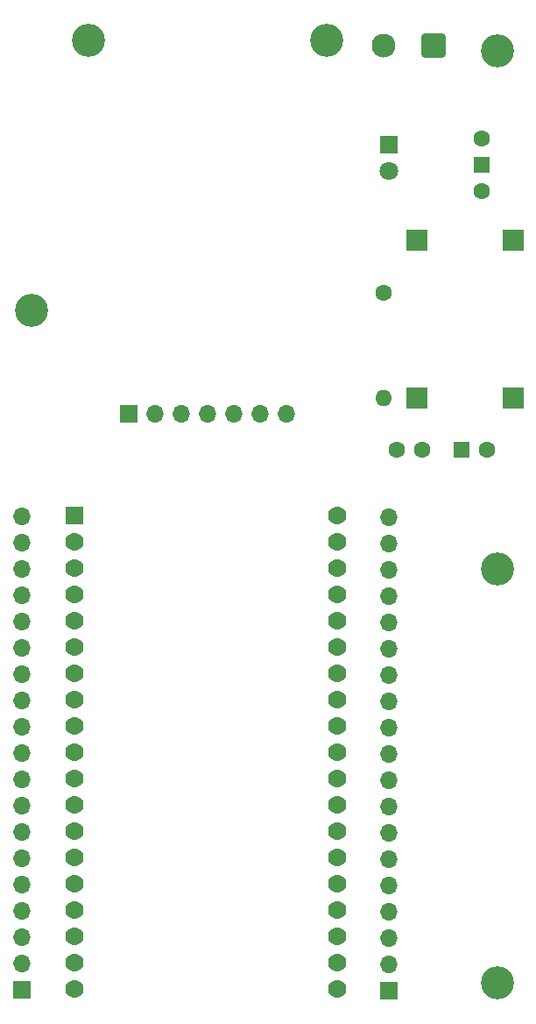
<source format=gbr>
%TF.GenerationSoftware,KiCad,Pcbnew,8.0.1*%
%TF.CreationDate,2024-04-17T14:21:35+03:00*%
%TF.ProjectId,PCB_Receiver,5043425f-5265-4636-9569-7665722e6b69,A*%
%TF.SameCoordinates,Original*%
%TF.FileFunction,Soldermask,Bot*%
%TF.FilePolarity,Negative*%
%FSLAX46Y46*%
G04 Gerber Fmt 4.6, Leading zero omitted, Abs format (unit mm)*
G04 Created by KiCad (PCBNEW 8.0.1) date 2024-04-17 14:21:35*
%MOMM*%
%LPD*%
G01*
G04 APERTURE LIST*
G04 Aperture macros list*
%AMRoundRect*
0 Rectangle with rounded corners*
0 $1 Rounding radius*
0 $2 $3 $4 $5 $6 $7 $8 $9 X,Y pos of 4 corners*
0 Add a 4 corners polygon primitive as box body*
4,1,4,$2,$3,$4,$5,$6,$7,$8,$9,$2,$3,0*
0 Add four circle primitives for the rounded corners*
1,1,$1+$1,$2,$3*
1,1,$1+$1,$4,$5*
1,1,$1+$1,$6,$7*
1,1,$1+$1,$8,$9*
0 Add four rect primitives between the rounded corners*
20,1,$1+$1,$2,$3,$4,$5,0*
20,1,$1+$1,$4,$5,$6,$7,0*
20,1,$1+$1,$6,$7,$8,$9,0*
20,1,$1+$1,$8,$9,$2,$3,0*%
G04 Aperture macros list end*
%ADD10C,3.200000*%
%ADD11RoundRect,0.250001X0.899999X0.899999X-0.899999X0.899999X-0.899999X-0.899999X0.899999X-0.899999X0*%
%ADD12C,2.300000*%
%ADD13C,1.600000*%
%ADD14O,1.600000X1.600000*%
%ADD15R,1.800000X1.800000*%
%ADD16C,1.800000*%
%ADD17R,1.600000X1.600000*%
%ADD18R,2.000000X2.000000*%
%ADD19R,1.700000X1.700000*%
%ADD20O,1.700000X1.700000*%
%ADD21RoundRect,0.102000X-0.780000X-0.780000X0.780000X-0.780000X0.780000X0.780000X-0.780000X0.780000X0*%
%ADD22C,1.764000*%
%ADD23R,1.500000X1.500000*%
G04 APERTURE END LIST*
D10*
%TO.C,H6*%
X144000000Y-45500000D03*
%TD*%
%TO.C,H5*%
X121000000Y-45500000D03*
%TD*%
D11*
%TO.C,J2*%
X154300000Y-46000000D03*
D12*
X149500000Y-46000000D03*
%TD*%
D13*
%TO.C,R9*%
X149500000Y-69840000D03*
D14*
X149500000Y-80000000D03*
%TD*%
D15*
%TO.C,D4*%
X150000000Y-55500000D03*
D16*
X150000000Y-58040000D03*
%TD*%
D13*
%TO.C,C6*%
X153250000Y-85000000D03*
X150750000Y-85000000D03*
%TD*%
D17*
%TO.C,C5*%
X157000000Y-85000000D03*
D13*
X159500000Y-85000000D03*
%TD*%
D18*
%TO.C,U5*%
X152750000Y-64750000D03*
X162000000Y-64750000D03*
X152750000Y-80000000D03*
X162000000Y-80000000D03*
%TD*%
D10*
%TO.C,H2*%
X160500000Y-46500000D03*
%TD*%
%TO.C,H4*%
X160500000Y-96500000D03*
%TD*%
%TO.C,H3*%
X160500000Y-136500000D03*
%TD*%
D19*
%TO.C,J6*%
X150000000Y-137220000D03*
D20*
X150000000Y-134680000D03*
X150000000Y-132140000D03*
X150000000Y-129600000D03*
X150000000Y-127060000D03*
X150000000Y-124520000D03*
X150000000Y-121980000D03*
X150000000Y-119440000D03*
X150000000Y-116900000D03*
X150000000Y-114360000D03*
X150000000Y-111820000D03*
X150000000Y-109280000D03*
X150000000Y-106740000D03*
X150000000Y-104200000D03*
X150000000Y-101660000D03*
X150000000Y-99120000D03*
X150000000Y-96580000D03*
X150000000Y-94040000D03*
X150000000Y-91500000D03*
%TD*%
D21*
%TO.C,U4*%
X119600000Y-91360000D03*
D22*
X119600000Y-93900000D03*
X119600000Y-96440000D03*
X119600000Y-98980000D03*
X119600000Y-101520000D03*
X119600000Y-104060000D03*
X119600000Y-106600000D03*
X119600000Y-109140000D03*
X119600000Y-111680000D03*
X119600000Y-114220000D03*
X119600000Y-116760000D03*
X119600000Y-119300000D03*
X119600000Y-121840000D03*
X119600000Y-124380000D03*
X119600000Y-126920000D03*
X119600000Y-129460000D03*
X119600000Y-132000000D03*
X119600000Y-134540000D03*
X119600000Y-137080000D03*
X145000000Y-91360000D03*
X145000000Y-93900000D03*
X145000000Y-96440000D03*
X145000000Y-98980000D03*
X145000000Y-101520000D03*
X145000000Y-104060000D03*
X145000000Y-106600000D03*
X145000000Y-109140000D03*
X145000000Y-111680000D03*
X145000000Y-114220000D03*
X145000000Y-116760000D03*
X145000000Y-119300000D03*
X145000000Y-121840000D03*
X145000000Y-124380000D03*
X145000000Y-126920000D03*
X145000000Y-129460000D03*
X145000000Y-132000000D03*
X145000000Y-134540000D03*
X145000000Y-137080000D03*
%TD*%
D10*
%TO.C,H1*%
X115500000Y-71500000D03*
%TD*%
D23*
%TO.C,SW2*%
X159000000Y-57460000D03*
D13*
X159000000Y-54920000D03*
X159000000Y-60000000D03*
%TD*%
D19*
%TO.C,J1*%
X124880000Y-81500000D03*
D20*
X127420000Y-81500000D03*
X129960000Y-81500000D03*
X132500000Y-81500000D03*
X135040000Y-81500000D03*
X137580000Y-81500000D03*
X140120000Y-81500000D03*
%TD*%
D19*
%TO.C,J8*%
X114500000Y-137140000D03*
D20*
X114500000Y-134600000D03*
X114500000Y-132060000D03*
X114500000Y-129520000D03*
X114500000Y-126980000D03*
X114500000Y-124440000D03*
X114500000Y-121900000D03*
X114500000Y-119360000D03*
X114500000Y-116820000D03*
X114500000Y-114280000D03*
X114500000Y-111740000D03*
X114500000Y-109200000D03*
X114500000Y-106660000D03*
X114500000Y-104120000D03*
X114500000Y-101580000D03*
X114500000Y-99040000D03*
X114500000Y-96500000D03*
X114500000Y-93960000D03*
X114500000Y-91420000D03*
%TD*%
M02*

</source>
